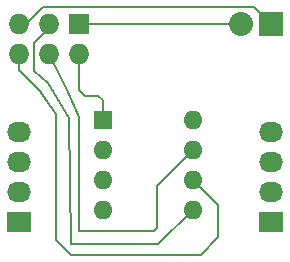
<source format=gbr>
G04 #@! TF.FileFunction,Copper,L2,Bot,Signal*
%FSLAX46Y46*%
G04 Gerber Fmt 4.6, Leading zero omitted, Abs format (unit mm)*
G04 Created by KiCad (PCBNEW 4.0.7) date Sun Jun  3 02:11:31 2018*
%MOMM*%
%LPD*%
G01*
G04 APERTURE LIST*
%ADD10C,0.100000*%
%ADD11R,2.032000X2.032000*%
%ADD12O,2.032000X2.032000*%
%ADD13R,1.600000X1.600000*%
%ADD14O,1.600000X1.600000*%
%ADD15R,2.032000X1.727200*%
%ADD16O,2.032000X1.727200*%
%ADD17R,1.727200X1.727200*%
%ADD18O,1.727200X1.727200*%
%ADD19C,0.152400*%
G04 APERTURE END LIST*
D10*
D11*
X154432000Y-111760000D03*
D12*
X151892000Y-111760000D03*
D13*
X140208000Y-119888000D03*
D14*
X147828000Y-127508000D03*
X140208000Y-122428000D03*
X147828000Y-124968000D03*
X140208000Y-124968000D03*
X147828000Y-122428000D03*
X140208000Y-127508000D03*
X147828000Y-119888000D03*
D15*
X133096000Y-128524000D03*
D16*
X133096000Y-125984000D03*
X133096000Y-123444000D03*
X133096000Y-120904000D03*
D17*
X138176000Y-111760000D03*
D18*
X138176000Y-114300000D03*
X135636000Y-111760000D03*
X135636000Y-114300000D03*
X133096000Y-111760000D03*
X133096000Y-114300000D03*
D15*
X154432000Y-128524000D03*
D16*
X154432000Y-125984000D03*
X154432000Y-123444000D03*
X154432000Y-120904000D03*
D19*
X133096000Y-111760000D02*
X133731000Y-111760000D01*
X133731000Y-111760000D02*
X135128000Y-110363000D01*
X135128000Y-110363000D02*
X153035000Y-110363000D01*
X153035000Y-110363000D02*
X154432000Y-111760000D01*
X138176000Y-111760000D02*
X151892000Y-111760000D01*
X135636000Y-111760000D02*
X135636000Y-112141000D01*
X135636000Y-112141000D02*
X134366000Y-113411000D01*
X144907000Y-130429000D02*
X147828000Y-127508000D01*
X137541000Y-130429000D02*
X144907000Y-130429000D01*
X137363200Y-119735600D02*
X137541000Y-130429000D01*
X135585200Y-116789200D02*
X137363200Y-119735600D01*
X134366000Y-115773200D02*
X135585200Y-116789200D01*
X134366000Y-113411000D02*
X134366000Y-115773200D01*
X135636000Y-111760000D02*
X135763000Y-111760000D01*
X138176000Y-114300000D02*
X138176000Y-117348000D01*
X140208000Y-118237000D02*
X140208000Y-119888000D01*
X139827000Y-117856000D02*
X140208000Y-118237000D01*
X138684000Y-117856000D02*
X139827000Y-117856000D01*
X138176000Y-117348000D02*
X138684000Y-117856000D01*
X133096000Y-114300000D02*
X133096000Y-115671600D01*
X149961600Y-127101600D02*
X147828000Y-124968000D01*
X149961600Y-129844800D02*
X149961600Y-127101600D01*
X148488400Y-131318000D02*
X149961600Y-129844800D01*
X137464800Y-131318000D02*
X148488400Y-131318000D01*
X136245600Y-130098800D02*
X137464800Y-131318000D01*
X136245600Y-119380000D02*
X136245600Y-130098800D01*
X135350496Y-118236256D02*
X136245600Y-119380000D01*
X134874000Y-117449600D02*
X135350496Y-118236256D01*
X133096000Y-115671600D02*
X134874000Y-117449600D01*
X135636000Y-114300000D02*
X137160000Y-117348000D01*
X144780000Y-125476000D02*
X147828000Y-122428000D01*
X144780000Y-129032000D02*
X144780000Y-125476000D01*
X144526000Y-129286000D02*
X144780000Y-129032000D01*
X138176000Y-129286000D02*
X144526000Y-129286000D01*
X138176000Y-119634000D02*
X138176000Y-129286000D01*
X137160000Y-117348000D02*
X138176000Y-119634000D01*
M02*

</source>
